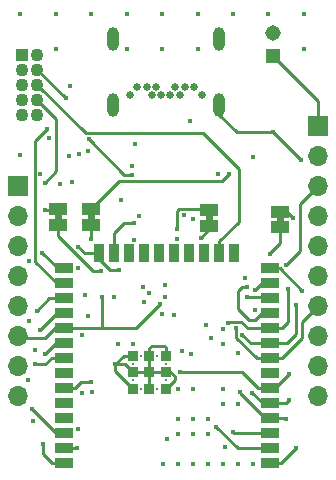
<source format=gbr>
%TF.GenerationSoftware,KiCad,Pcbnew,(6.0.7-1)-1*%
%TF.CreationDate,2022-11-20T21:12:54+11:00*%
%TF.ProjectId,esp32-clover,65737033-322d-4636-9c6f-7665722e6b69,rev?*%
%TF.SameCoordinates,Original*%
%TF.FileFunction,Copper,L4,Bot*%
%TF.FilePolarity,Positive*%
%FSLAX46Y46*%
G04 Gerber Fmt 4.6, Leading zero omitted, Abs format (unit mm)*
G04 Created by KiCad (PCBNEW (6.0.7-1)-1) date 2022-11-20 21:12:54*
%MOMM*%
%LPD*%
G01*
G04 APERTURE LIST*
%TA.AperFunction,ComponentPad*%
%ADD10R,1.308000X1.308000*%
%TD*%
%TA.AperFunction,ComponentPad*%
%ADD11C,1.308000*%
%TD*%
%TA.AperFunction,ComponentPad*%
%ADD12C,0.650000*%
%TD*%
%TA.AperFunction,ComponentPad*%
%ADD13O,1.000000X2.000000*%
%TD*%
%TA.AperFunction,ComponentPad*%
%ADD14R,1.100000X1.100000*%
%TD*%
%TA.AperFunction,ComponentPad*%
%ADD15C,1.100000*%
%TD*%
%TA.AperFunction,SMDPad,CuDef*%
%ADD16R,1.500000X1.000000*%
%TD*%
%TA.AperFunction,SMDPad,CuDef*%
%ADD17R,1.500000X0.900000*%
%TD*%
%TA.AperFunction,SMDPad,CuDef*%
%ADD18R,0.900000X1.500000*%
%TD*%
%TA.AperFunction,SMDPad,CuDef*%
%ADD19R,0.900000X0.900000*%
%TD*%
%TA.AperFunction,ComponentPad*%
%ADD20C,0.300000*%
%TD*%
%TA.AperFunction,ComponentPad*%
%ADD21R,1.700000X1.700000*%
%TD*%
%TA.AperFunction,ComponentPad*%
%ADD22O,1.700000X1.700000*%
%TD*%
%TA.AperFunction,ViaPad*%
%ADD23C,0.450000*%
%TD*%
%TA.AperFunction,Conductor*%
%ADD24C,0.250000*%
%TD*%
G04 APERTURE END LIST*
%TO.C,JP2*%
G36*
X93300000Y-50450000D02*
G01*
X92700000Y-50450000D01*
X92700000Y-49950000D01*
X93300000Y-49950000D01*
X93300000Y-50450000D01*
G37*
%TO.C,JP3*%
G36*
X90500000Y-50450000D02*
G01*
X89900000Y-50450000D01*
X89900000Y-49950000D01*
X90500000Y-49950000D01*
X90500000Y-50450000D01*
G37*
%TO.C,JP4*%
G36*
X109300000Y-50700000D02*
G01*
X108700000Y-50700000D01*
X108700000Y-50200000D01*
X109300000Y-50200000D01*
X109300000Y-50700000D01*
G37*
%TO.C,JP1*%
G36*
X103300000Y-50550000D02*
G01*
X102700000Y-50550000D01*
X102700000Y-50050000D01*
X103300000Y-50050000D01*
X103300000Y-50550000D01*
G37*
%TD*%
D10*
%TO.P,J2,1,1*%
%TO.N,/VBAT*%
X108387500Y-36600000D03*
D11*
%TO.P,J2,2,2*%
%TO.N,GND*%
X108387500Y-34600000D03*
%TD*%
D12*
%TO.P,J1,B1,GND2.1*%
%TO.N,GND*%
X96250000Y-39917790D03*
%TO.P,J1,B2,SSTXP2*%
%TO.N,unconnected-(J1-PadB2)*%
X96900000Y-39217790D03*
%TO.P,J1,B3,SSTXN2*%
%TO.N,unconnected-(J1-PadB3)*%
X97700000Y-39217790D03*
%TO.P,J1,B4,VBUS2.1*%
%TO.N,unconnected-(J1-PadB4)*%
X98100000Y-39917790D03*
%TO.P,J1,B5,CC2*%
%TO.N,Net-(J1-PadB5)*%
X98500000Y-39217790D03*
%TO.P,J1,B6,DP2*%
%TO.N,unconnected-(J1-PadB6)*%
X98900000Y-39917790D03*
%TO.P,J1,B7,DN2*%
%TO.N,unconnected-(J1-PadB7)*%
X99700000Y-39917790D03*
%TO.P,J1,B8,SBU2*%
%TO.N,unconnected-(J1-PadB8)*%
X100100000Y-39217790D03*
%TO.P,J1,B9,VBUS2.2*%
%TO.N,unconnected-(J1-PadB9)*%
X100500000Y-39917790D03*
%TO.P,J1,B10,SSRXN1*%
%TO.N,unconnected-(J1-PadB10)*%
X100900000Y-39217790D03*
%TO.P,J1,B11,SSRXP1*%
%TO.N,unconnected-(J1-PadB11)*%
X101700000Y-39217790D03*
%TO.P,J1,B12,GND2.2*%
%TO.N,GND*%
X102350000Y-39917790D03*
D13*
%TO.P,J1,S1,SHIELD*%
X103800000Y-40717790D03*
%TO.P,J1,S2,SHIELD*%
X94800000Y-40717790D03*
%TO.P,J1,S3,SHIELD*%
X103800000Y-35117790D03*
%TO.P,J1,S4,SHIELD*%
X94800000Y-35117790D03*
%TD*%
D14*
%TO.P,J4,1,VTref*%
%TO.N,+3.3V*%
X87165000Y-36460000D03*
D15*
%TO.P,J4,2,SWDIO/TMS*%
%TO.N,/DEBUG_TMS*%
X88435000Y-36460000D03*
%TO.P,J4,3,GND*%
%TO.N,GND*%
X87165000Y-37730000D03*
%TO.P,J4,4,SWDCLK/TCK*%
%TO.N,/DEBUG_TCK*%
X88435000Y-37730000D03*
%TO.P,J4,5,GND*%
%TO.N,GND*%
X87165000Y-39000000D03*
%TO.P,J4,6,SWO/TDO*%
%TO.N,/DEBUG_TDO*%
X88435000Y-39000000D03*
%TO.P,J4,7,KEY*%
%TO.N,unconnected-(J4-Pad7)*%
X87165000Y-40270000D03*
%TO.P,J4,8,NC/TDI*%
%TO.N,/DEBUG_TDI*%
X88435000Y-40270000D03*
%TO.P,J4,9,GNDDetect*%
%TO.N,GND*%
X87165000Y-41540000D03*
%TO.P,J4,10,~{RESET}*%
%TO.N,unconnected-(J4-Pad10)*%
X88435000Y-41540000D03*
%TD*%
D16*
%TO.P,JP2,1,A*%
%TO.N,I2C_SCL*%
X93000000Y-50850000D03*
%TO.P,JP2,2,B*%
%TO.N,Net-(JP2-Pad2)*%
X93000000Y-49550000D03*
%TD*%
D17*
%TO.P,U4,1,GND*%
%TO.N,GND*%
X90650000Y-71060000D03*
%TO.P,U4,2,3V3*%
%TO.N,+3.3V*%
X90650000Y-69790000D03*
%TO.P,U4,3,EN*%
%TO.N,Net-(C9-Pad1)*%
X90650000Y-68520000D03*
%TO.P,U4,4,SENSOR_VP*%
%TO.N,GPI36*%
X90650000Y-67250000D03*
%TO.P,U4,5,SENSOR_VN*%
%TO.N,GPI39*%
X90650000Y-65980000D03*
%TO.P,U4,6,IO34*%
%TO.N,/GPI34{slash}BTN*%
X90650000Y-64710000D03*
%TO.P,U4,7,IO35*%
%TO.N,GPI35*%
X90650000Y-63440000D03*
%TO.P,U4,8,IO32*%
%TO.N,Net-(C12-Pad1)*%
X90650000Y-62170000D03*
%TO.P,U4,9,IO33*%
%TO.N,Net-(C13-Pad1)*%
X90650000Y-60900000D03*
%TO.P,U4,10,IO25*%
%TO.N,I2C_SDA*%
X90650000Y-59630000D03*
%TO.P,U4,11,IO26*%
%TO.N,UART_RX1*%
X90650000Y-58360000D03*
%TO.P,U4,12,IO27*%
%TO.N,GPIO27{slash}PIEZO*%
X90650000Y-57090000D03*
%TO.P,U4,13,IO14*%
%TO.N,/DEBUG_TMS*%
X90650000Y-55820000D03*
%TO.P,U4,14,IO12*%
%TO.N,/DEBUG_TDI*%
X90650000Y-54550000D03*
D18*
%TO.P,U4,15,GND*%
%TO.N,GND*%
X93685000Y-53300000D03*
%TO.P,U4,16,IO13*%
%TO.N,/DEBUG_TCK*%
X94955000Y-53300000D03*
%TO.P,U4,17,NC*%
%TO.N,unconnected-(U4-Pad17)*%
X96225000Y-53300000D03*
%TO.P,U4,18,NC*%
%TO.N,unconnected-(U4-Pad18)*%
X97495000Y-53300000D03*
%TO.P,U4,19,NC*%
%TO.N,unconnected-(U4-Pad19)*%
X98765000Y-53300000D03*
%TO.P,U4,20,NC*%
%TO.N,unconnected-(U4-Pad20)*%
X100035000Y-53300000D03*
%TO.P,U4,21,NC*%
%TO.N,unconnected-(U4-Pad21)*%
X101305000Y-53300000D03*
%TO.P,U4,22,NC*%
%TO.N,unconnected-(U4-Pad22)*%
X102575000Y-53300000D03*
%TO.P,U4,23,IO15*%
%TO.N,/DEBUG_TDO*%
X103845000Y-53300000D03*
%TO.P,U4,24,IO2*%
%TO.N,unconnected-(U4-Pad24)*%
X105115000Y-53300000D03*
D17*
%TO.P,U4,25,IO0*%
%TO.N,/ESP32_BOOT*%
X108150000Y-54550000D03*
%TO.P,U4,26,IO4*%
%TO.N,GPIO4{slash}ADC_CS*%
X108150000Y-55820000D03*
%TO.P,U4,27,IO16*%
%TO.N,Net-(R13-Pad1)*%
X108150000Y-57090000D03*
%TO.P,U4,28,IO17*%
%TO.N,GPIO17*%
X108150000Y-58360000D03*
%TO.P,U4,29,IO5*%
%TO.N,SPI_SCK*%
X108150000Y-59630000D03*
%TO.P,U4,30,IO18*%
%TO.N,SPI_MOSI*%
X108150000Y-60900000D03*
%TO.P,U4,31,IO19*%
%TO.N,SPI_MISO*%
X108150000Y-62170000D03*
%TO.P,U4,32,NC1*%
%TO.N,unconnected-(U4-Pad32)*%
X108150000Y-63440000D03*
%TO.P,U4,33,IO21*%
%TO.N,GPIO21{slash}TCA9534_INT*%
X108150000Y-64710000D03*
%TO.P,U4,34,RXD0*%
%TO.N,/UART_TX*%
X108150000Y-65980000D03*
%TO.P,U4,35,TXD0*%
%TO.N,/UART_RX*%
X108150000Y-67250000D03*
%TO.P,U4,36,IO22*%
%TO.N,UART_TX1*%
X108150000Y-68520000D03*
%TO.P,U4,37,IO23*%
%TO.N,I2C_SCL*%
X108150000Y-69790000D03*
%TO.P,U4,38,GND*%
%TO.N,GND*%
X108150000Y-71060000D03*
D19*
%TO.P,U4,39_1,GND*%
X96500000Y-64740000D03*
%TO.P,U4,39_2,GND*%
X97900000Y-64740000D03*
%TO.P,U4,39_3,GND*%
X99300000Y-64740000D03*
%TO.P,U4,39_4,GND*%
X96500000Y-63340000D03*
%TO.P,U4,39_5,GND*%
X97900000Y-63340000D03*
%TO.P,U4,39_6,GND*%
X99300000Y-63340000D03*
%TO.P,U4,39_7,GND*%
X96500000Y-61940000D03*
%TO.P,U4,39_8,GND*%
X97900000Y-61940000D03*
%TO.P,U4,39_9,GND*%
X99300000Y-61940000D03*
D20*
%TO.P,U4,39_10*%
%TO.N,N/C*%
X97200000Y-64740000D03*
%TO.P,U4,39_11*%
X98600000Y-64740000D03*
%TO.P,U4,39_12*%
X96500000Y-64040000D03*
%TO.P,U4,39_14*%
X99300000Y-64040000D03*
%TO.P,U4,39_17*%
X96500000Y-62640000D03*
%TO.P,U4,39_19*%
X99300000Y-62640000D03*
%TO.P,U4,39_20*%
X97200000Y-61940000D03*
%TO.P,U4,39_21*%
X98600000Y-61940000D03*
%TD*%
D16*
%TO.P,JP3,1,A*%
%TO.N,I2C_SDA*%
X90200000Y-50850000D03*
%TO.P,JP3,2,B*%
%TO.N,Net-(JP3-Pad2)*%
X90200000Y-49550000D03*
%TD*%
D21*
%TO.P,J3,1,Pin_1*%
%TO.N,DAC_VOUT*%
X86800000Y-47575000D03*
D22*
%TO.P,J3,2,Pin_2*%
%TO.N,ADC_IN1*%
X86800000Y-50115000D03*
%TO.P,J3,3,Pin_3*%
%TO.N,TCA9534_P3*%
X86800000Y-52655000D03*
%TO.P,J3,4,Pin_4*%
%TO.N,TCA9534_P2*%
X86800000Y-55195000D03*
%TO.P,J3,5,Pin_5*%
%TO.N,I2C_SCL*%
X86800000Y-57735000D03*
%TO.P,J3,6,Pin_6*%
%TO.N,I2C_SDA*%
X86800000Y-60275000D03*
%TO.P,J3,7,Pin_7*%
%TO.N,UART_RX1*%
X86800000Y-62815000D03*
%TO.P,J3,8,Pin_8*%
%TO.N,UART_TX1*%
X86800000Y-65355000D03*
%TD*%
D16*
%TO.P,JP4,1,A*%
%TO.N,TCA9534_P0*%
X109000000Y-49800000D03*
%TO.P,JP4,2,B*%
%TO.N,Net-(JP4-Pad2)*%
X109000000Y-51100000D03*
%TD*%
D21*
%TO.P,J5,1,Pin_1*%
%TO.N,/VBAT*%
X112200000Y-42475000D03*
D22*
%TO.P,J5,2,Pin_2*%
%TO.N,GND*%
X112200000Y-45015000D03*
%TO.P,J5,3,Pin_3*%
%TO.N,ADC_IN3*%
X112200000Y-47555000D03*
%TO.P,J5,4,Pin_4*%
%TO.N,GPIO17*%
X112200000Y-50095000D03*
%TO.P,J5,5,Pin_5*%
%TO.N,SPI_SCK*%
X112200000Y-52635000D03*
%TO.P,J5,6,Pin_6*%
%TO.N,SPI_MOSI*%
X112200000Y-55175000D03*
%TO.P,J5,7,Pin_7*%
%TO.N,SPI_MISO*%
X112200000Y-57715000D03*
%TO.P,J5,8,Pin_8*%
%TO.N,GPIO21{slash}TCA9534_INT*%
X112200000Y-60255000D03*
%TO.P,J5,9,Pin_9*%
%TO.N,/UART_TX*%
X112200000Y-62795000D03*
%TO.P,J5,10,Pin_10*%
%TO.N,/UART_RX*%
X112200000Y-65335000D03*
%TD*%
D16*
%TO.P,JP1,1,A*%
%TO.N,Net-(JP1-Pad1)*%
X103000000Y-49650000D03*
%TO.P,JP1,2,B*%
%TO.N,GPIO21{slash}TCA9534_INT*%
X103000000Y-50950000D03*
%TD*%
D23*
%TO.N,VBUS*%
X92800000Y-43650000D03*
X106700000Y-45100000D03*
X101350000Y-42100000D03*
X96450000Y-46650000D03*
%TO.N,GND*%
X99000000Y-33000000D03*
X95250000Y-60960000D03*
X88050000Y-67450000D03*
X101600000Y-67310000D03*
X89400000Y-43500000D03*
X100330000Y-67310000D03*
X88700000Y-46600000D03*
X87750000Y-59000000D03*
X102870000Y-71120000D03*
X99400000Y-69000000D03*
X97500000Y-57400000D03*
X99060000Y-71120000D03*
X103124000Y-60452000D03*
X108000000Y-33000000D03*
X98950000Y-58450000D03*
X102870000Y-68580000D03*
X96000000Y-36000000D03*
X105410000Y-61722000D03*
X101600000Y-71120000D03*
X96520000Y-60960000D03*
X104140000Y-64770000D03*
X106680000Y-71120000D03*
X95325000Y-54675000D03*
X105410000Y-71120000D03*
X102000000Y-36000000D03*
X104140000Y-60960000D03*
X88899998Y-69450002D03*
X102000000Y-33000000D03*
X111000000Y-36000000D03*
X87000000Y-45000000D03*
X111000000Y-33000000D03*
X92700000Y-44600000D03*
X110300000Y-69800000D03*
X100330000Y-71120000D03*
X100330000Y-68580000D03*
X108400000Y-43050000D03*
X110750000Y-45400000D03*
X88200000Y-61500000D03*
X105000000Y-33000000D03*
X93000000Y-33000000D03*
X90000000Y-33000000D03*
X91900000Y-52750000D03*
X104300000Y-69700000D03*
X91950000Y-44900000D03*
X104140000Y-66040000D03*
X101600000Y-64770000D03*
X95050000Y-62700000D03*
X96000000Y-33000000D03*
X90000000Y-36000000D03*
X99250000Y-55950000D03*
X91350000Y-47250000D03*
X101600000Y-68580000D03*
X105410000Y-66040000D03*
X93100000Y-65050000D03*
X92450000Y-56800000D03*
X87700000Y-53950000D03*
X100330000Y-64770000D03*
X87000000Y-33000000D03*
X97050000Y-50150000D03*
X91200000Y-39100000D03*
X106000000Y-55350000D03*
X102870000Y-67310000D03*
X87650000Y-64000000D03*
X104140000Y-59690000D03*
X99000000Y-36000000D03*
X101450000Y-61850000D03*
X104140000Y-71120000D03*
%TO.N,+3.3V*%
X90350000Y-47450000D03*
X91850000Y-54550000D03*
X92250000Y-65100000D03*
X92250000Y-60200500D03*
X96450000Y-45900000D03*
X103749500Y-46600000D03*
X91750000Y-69800000D03*
X102750000Y-59350000D03*
%TO.N,Net-(C9-Pad1)*%
X88000000Y-66450000D03*
%TO.N,Net-(C12-Pad1)*%
X88200000Y-62700000D03*
%TO.N,Net-(C13-Pad1)*%
X89100000Y-61850000D03*
%TO.N,Net-(D2-Pad4)*%
X96691912Y-44058088D03*
X95550000Y-48800000D03*
%TO.N,/UART_RX*%
X100850000Y-50050000D03*
X109450000Y-67300000D03*
X105550000Y-65000000D03*
%TO.N,/UART_TX*%
X101650000Y-50400000D03*
X106650000Y-65100000D03*
X109750000Y-65700000D03*
%TO.N,/DEBUG_TMS*%
X89250000Y-42750000D03*
%TO.N,/DEBUG_TCK*%
X91150000Y-45050000D03*
X96600000Y-50700000D03*
X90855000Y-40150000D03*
%TO.N,/DEBUG_TDI*%
X89050000Y-47300000D03*
X88849500Y-53250000D03*
%TO.N,Net-(JP1-Pad1)*%
X100250000Y-51250000D03*
%TO.N,GPIO21{slash}TCA9534_INT*%
X109750000Y-63500000D03*
X100550000Y-63350000D03*
X100000000Y-58500000D03*
X102250000Y-52000000D03*
%TO.N,I2C_SCL*%
X92950000Y-52050000D03*
X103550000Y-67950000D03*
X100675000Y-61575000D03*
X94900000Y-56950000D03*
%TO.N,Net-(JP2-Pad2)*%
X104700000Y-46600000D03*
%TO.N,I2C_SDA*%
X93900000Y-56950500D03*
X93850000Y-54750000D03*
X98800000Y-57600000D03*
%TO.N,Net-(JP3-Pad2)*%
X89050000Y-49650000D03*
%TO.N,TCA9534_P0*%
X110100500Y-50335898D03*
X100250000Y-52050000D03*
%TO.N,Net-(JP4-Pad2)*%
X108161444Y-53361444D03*
%TO.N,GPIO27{slash}PIEZO*%
X91850000Y-68200000D03*
X88400000Y-58150000D03*
%TO.N,Net-(R13-Pad1)*%
X106150000Y-57000000D03*
%TO.N,/GPI34{slash}BTN*%
X92700000Y-58600000D03*
X92951056Y-64201056D03*
%TO.N,/ESP32_BOOT*%
X110850000Y-56450000D03*
%TO.N,UART_RX1*%
X88699500Y-59750000D03*
%TO.N,GPIO4{slash}ADC_CS*%
X106850000Y-56400000D03*
X106850000Y-58100000D03*
%TO.N,GPIO17*%
X106200000Y-56100000D03*
%TO.N,SPI_SCK*%
X109650000Y-56350000D03*
X104550000Y-59150000D03*
%TO.N,SPI_MOSI*%
X110300500Y-57700000D03*
X105800000Y-60200000D03*
%TO.N,SPI_MISO*%
X105250000Y-59650000D03*
%TO.N,UART_TX1*%
X105000000Y-68450000D03*
%TO.N,TCA9534_P2*%
X97859267Y-56609267D03*
%TO.N,TCA9534_P3*%
X97400000Y-56150000D03*
%TO.N,ADC_IN3*%
X109500000Y-54250000D03*
%TO.N,ADC_IN1*%
X99250000Y-56950000D03*
%TO.N,DAC_VOUT*%
X96600000Y-52125498D03*
%TD*%
D24*
%TO.N,VBUS*%
X95800000Y-46650000D02*
X96450000Y-46650000D01*
X92800000Y-43650000D02*
X95800000Y-46650000D01*
%TO.N,GND*%
X93685000Y-53300000D02*
X92450000Y-53300000D01*
X90650000Y-71060000D02*
X89650000Y-71060000D01*
X99150000Y-61100000D02*
X99300000Y-61250000D01*
X94552818Y-54675000D02*
X93685000Y-53807182D01*
X100050000Y-63990000D02*
X99300000Y-64740000D01*
X105300000Y-43050000D02*
X103800000Y-41550000D01*
X100050000Y-63700000D02*
X100050000Y-63990000D01*
X89650000Y-71060000D02*
X88900000Y-70310000D01*
X95325000Y-54675000D02*
X94552818Y-54675000D01*
X97900000Y-61940000D02*
X97900000Y-64740000D01*
X99300000Y-63340000D02*
X99690000Y-63340000D01*
X92450000Y-53300000D02*
X91900000Y-52750000D01*
X99300000Y-61250000D02*
X99300000Y-61940000D01*
X96500000Y-63340000D02*
X99300000Y-63340000D01*
X97900000Y-61300000D02*
X98100000Y-61100000D01*
X95810000Y-61940000D02*
X95050000Y-62700000D01*
X110750000Y-45400000D02*
X108400000Y-43050000D01*
X95860000Y-62700000D02*
X96500000Y-63340000D01*
X108150000Y-71060000D02*
X109040000Y-71060000D01*
X103800000Y-41550000D02*
X103800000Y-40717790D01*
X88900000Y-70310000D02*
X88900000Y-69450004D01*
X98100000Y-61100000D02*
X99150000Y-61100000D01*
X108400000Y-43050000D02*
X105300000Y-43050000D01*
X96500000Y-61940000D02*
X95810000Y-61940000D01*
X88900000Y-69450004D02*
X88899998Y-69450002D01*
X95050000Y-62700000D02*
X95860000Y-62700000D01*
X96500000Y-64740000D02*
X95050000Y-63290000D01*
X93685000Y-53807182D02*
X93685000Y-53300000D01*
X99690000Y-63340000D02*
X100050000Y-63700000D01*
X95050000Y-63290000D02*
X95050000Y-62700000D01*
X97900000Y-61940000D02*
X97900000Y-61300000D01*
X109040000Y-71060000D02*
X110300000Y-69800000D01*
%TO.N,/VBAT*%
X112200000Y-42475000D02*
X112200000Y-40412500D01*
X112200000Y-40412500D02*
X108387500Y-36600000D01*
%TO.N,+3.3V*%
X90650000Y-69790000D02*
X91740000Y-69790000D01*
X91740000Y-69790000D02*
X91750000Y-69800000D01*
%TO.N,Net-(C9-Pad1)*%
X90650000Y-68520000D02*
X90020000Y-68520000D01*
X88000000Y-66500000D02*
X88000000Y-66450000D01*
X90020000Y-68520000D02*
X88000000Y-66500000D01*
%TO.N,Net-(C12-Pad1)*%
X89650000Y-62170000D02*
X90650000Y-62170000D01*
X89120000Y-62700000D02*
X89650000Y-62170000D01*
X88200000Y-62700000D02*
X89120000Y-62700000D01*
%TO.N,Net-(C13-Pad1)*%
X89100000Y-61850000D02*
X90050000Y-60900000D01*
X90050000Y-60900000D02*
X90650000Y-60900000D01*
%TO.N,/UART_RX*%
X107700000Y-67250000D02*
X108150000Y-67250000D01*
X108150000Y-67250000D02*
X109400000Y-67250000D01*
X105550000Y-65100000D02*
X107700000Y-67250000D01*
X105550000Y-65000000D02*
X105550000Y-65100000D01*
X109400000Y-67250000D02*
X109450000Y-67300000D01*
%TO.N,/UART_TX*%
X109470000Y-65980000D02*
X109750000Y-65700000D01*
X108150000Y-65980000D02*
X107530000Y-65980000D01*
X107530000Y-65980000D02*
X106650000Y-65100000D01*
X108150000Y-65980000D02*
X109470000Y-65980000D01*
%TO.N,/DEBUG_TMS*%
X88250000Y-43750000D02*
X89250000Y-42750000D01*
X90070000Y-55820000D02*
X88250000Y-54000000D01*
X90650000Y-55820000D02*
X90070000Y-55820000D01*
X88250000Y-54000000D02*
X88250000Y-43750000D01*
%TO.N,/DEBUG_TCK*%
X96600000Y-50700000D02*
X95800000Y-50700000D01*
X95800000Y-50700000D02*
X94955000Y-51545000D01*
X94955000Y-51545000D02*
X94955000Y-53300000D01*
X88435000Y-37730000D02*
X90855000Y-40150000D01*
%TO.N,/DEBUG_TDO*%
X105500000Y-50600000D02*
X105500000Y-46150000D01*
X92535000Y-43100000D02*
X88435000Y-39000000D01*
X103845000Y-53300000D02*
X103845000Y-52255000D01*
X105500000Y-46150000D02*
X102450000Y-43100000D01*
X102450000Y-43100000D02*
X92535000Y-43100000D01*
X103845000Y-52255000D02*
X105500000Y-50600000D01*
%TO.N,/DEBUG_TDI*%
X90050000Y-41885000D02*
X88435000Y-40270000D01*
X89050000Y-47300000D02*
X90050000Y-46300000D01*
X90050000Y-46300000D02*
X90050000Y-41885000D01*
X90149500Y-54550000D02*
X88849500Y-53250000D01*
X90650000Y-54550000D02*
X90149500Y-54550000D01*
%TO.N,Net-(JP1-Pad1)*%
X100450000Y-49500000D02*
X102850000Y-49500000D01*
X100250000Y-51250000D02*
X100250000Y-49700000D01*
X100250000Y-49700000D02*
X100450000Y-49500000D01*
X102850000Y-49500000D02*
X103000000Y-49650000D01*
%TO.N,GPIO21{slash}TCA9534_INT*%
X108150000Y-64710000D02*
X108540000Y-64710000D01*
X105790000Y-63350000D02*
X107150000Y-64710000D01*
X103000000Y-50950000D02*
X103000000Y-51250000D01*
X107150000Y-64710000D02*
X108150000Y-64710000D01*
X100550000Y-63350000D02*
X105790000Y-63350000D01*
X103000000Y-51250000D02*
X102250000Y-52000000D01*
X108540000Y-64710000D02*
X109750000Y-63500000D01*
%TO.N,I2C_SCL*%
X105390000Y-69790000D02*
X108150000Y-69790000D01*
X103550000Y-67950000D02*
X105390000Y-69790000D01*
X92950000Y-52050000D02*
X92950000Y-50900000D01*
X92950000Y-50900000D02*
X93000000Y-50850000D01*
%TO.N,Net-(JP2-Pad2)*%
X104700000Y-46600000D02*
X104100000Y-47200000D01*
X95350000Y-47200000D02*
X93000000Y-49550000D01*
X104100000Y-47200000D02*
X95350000Y-47200000D01*
%TO.N,I2C_SDA*%
X93122182Y-54750000D02*
X93850000Y-54750000D01*
X89920000Y-59630000D02*
X89100000Y-60450000D01*
X93870000Y-59630000D02*
X93870000Y-56980500D01*
X96770000Y-59630000D02*
X93870000Y-59630000D01*
X90200000Y-51827818D02*
X93122182Y-54750000D01*
X86975000Y-60450000D02*
X86800000Y-60275000D01*
X89100000Y-60450000D02*
X86975000Y-60450000D01*
X90650000Y-59630000D02*
X89920000Y-59630000D01*
X93870000Y-59630000D02*
X90650000Y-59630000D01*
X98800000Y-57600000D02*
X96770000Y-59630000D01*
X93870000Y-56980500D02*
X93900000Y-56950500D01*
X90200000Y-50850000D02*
X90200000Y-51827818D01*
%TO.N,Net-(JP3-Pad2)*%
X89050000Y-49650000D02*
X90100000Y-49650000D01*
X90100000Y-49650000D02*
X90200000Y-49550000D01*
%TO.N,TCA9534_P0*%
X109564602Y-49800000D02*
X109000000Y-49800000D01*
X110100500Y-50335898D02*
X109564602Y-49800000D01*
%TO.N,Net-(JP4-Pad2)*%
X109000000Y-52450000D02*
X109000000Y-51100000D01*
X108161444Y-53361444D02*
X108161444Y-53288556D01*
X108161444Y-53288556D02*
X109000000Y-52450000D01*
%TO.N,GPIO27{slash}PIEZO*%
X89460000Y-57090000D02*
X88400000Y-58150000D01*
X90650000Y-57090000D02*
X89460000Y-57090000D01*
%TO.N,Net-(R13-Pad1)*%
X108060000Y-57000000D02*
X108150000Y-57090000D01*
X106150000Y-57000000D02*
X108060000Y-57000000D01*
%TO.N,/GPI34{slash}BTN*%
X91650000Y-64710000D02*
X92158944Y-64201056D01*
X92158944Y-64201056D02*
X92951056Y-64201056D01*
X90650000Y-64710000D02*
X91650000Y-64710000D01*
%TO.N,/ESP32_BOOT*%
X108950000Y-54550000D02*
X108150000Y-54550000D01*
X110850000Y-56450000D02*
X108950000Y-54550000D01*
%TO.N,UART_RX1*%
X90650000Y-58360000D02*
X90089500Y-58360000D01*
X90089500Y-58360000D02*
X88699500Y-59750000D01*
%TO.N,GPIO4{slash}ADC_CS*%
X107430000Y-55820000D02*
X108150000Y-55820000D01*
X106850000Y-56400000D02*
X107430000Y-55820000D01*
%TO.N,GPIO17*%
X107490000Y-58360000D02*
X106900000Y-58950000D01*
X105400000Y-58000000D02*
X105400000Y-56450000D01*
X106350000Y-58950000D02*
X105400000Y-58000000D01*
X108150000Y-58360000D02*
X107490000Y-58360000D01*
X105750000Y-56100000D02*
X106200000Y-56100000D01*
X105400000Y-56450000D02*
X105750000Y-56100000D01*
X106900000Y-58950000D02*
X106350000Y-58950000D01*
%TO.N,SPI_SCK*%
X108150000Y-59630000D02*
X109150000Y-59630000D01*
X105700000Y-59100000D02*
X106230000Y-59630000D01*
X104550000Y-59150000D02*
X104600000Y-59100000D01*
X104600000Y-59100000D02*
X105700000Y-59100000D01*
X109150000Y-59630000D02*
X109650000Y-59130000D01*
X106230000Y-59630000D02*
X108150000Y-59630000D01*
X109650000Y-59130000D02*
X109650000Y-56350000D01*
%TO.N,SPI_MOSI*%
X110300500Y-60150500D02*
X110300500Y-57700000D01*
X110300500Y-60150500D02*
X109551000Y-60900000D01*
X105800000Y-60200000D02*
X106500000Y-60900000D01*
X106500000Y-60900000D02*
X108150000Y-60900000D01*
X109551000Y-60900000D02*
X108150000Y-60900000D01*
%TO.N,SPI_MISO*%
X110850000Y-59065000D02*
X112200000Y-57715000D01*
X106992182Y-62170000D02*
X108150000Y-62170000D01*
X109130000Y-62170000D02*
X110850000Y-60450000D01*
X108150000Y-62170000D02*
X109130000Y-62170000D01*
X105250000Y-59650000D02*
X105250000Y-60427818D01*
X105250000Y-60427818D02*
X106992182Y-62170000D01*
X110850000Y-60450000D02*
X110850000Y-59065000D01*
%TO.N,UART_TX1*%
X105070000Y-68520000D02*
X105000000Y-68450000D01*
X108150000Y-68520000D02*
X105070000Y-68520000D01*
%TO.N,ADC_IN3*%
X109500000Y-54250000D02*
X110650000Y-53100000D01*
X110650000Y-49105000D02*
X112200000Y-47555000D01*
X110650000Y-53100000D02*
X110650000Y-49105000D01*
%TD*%
M02*

</source>
